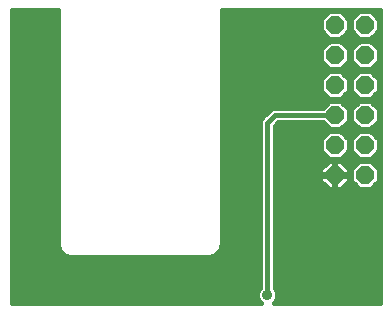
<source format=gbl>
G75*
%MOIN*%
%OFA0B0*%
%FSLAX24Y24*%
%IPPOS*%
%LPD*%
%AMOC8*
5,1,8,0,0,1.08239X$1,22.5*
%
%ADD10OC8,0.0600*%
%ADD11C,0.0357*%
%ADD12C,0.0160*%
%ADD13R,0.0396X0.0396*%
D10*
X014510Y007643D03*
X015510Y007643D03*
X015510Y008643D03*
X014510Y008643D03*
X014510Y009643D03*
X015510Y009643D03*
X015510Y010643D03*
X014510Y010643D03*
X014510Y011643D03*
X015510Y011643D03*
X015510Y012643D03*
X014510Y012643D03*
D11*
X012260Y003643D03*
D12*
X003740Y003373D02*
X003740Y013159D01*
X005280Y013159D01*
X005280Y005298D01*
X005353Y005121D01*
X005488Y004986D01*
X005664Y004913D01*
X010355Y004913D01*
X010531Y004986D01*
X010666Y005121D01*
X010740Y005298D01*
X010740Y013159D01*
X016022Y013159D01*
X016022Y003373D01*
X012468Y003373D01*
X012546Y003452D01*
X012598Y003576D01*
X012598Y003711D01*
X012546Y003835D01*
X012500Y003882D01*
X012500Y009294D01*
X012609Y009403D01*
X014099Y009403D01*
X014319Y009183D01*
X014700Y009183D01*
X014970Y009453D01*
X014970Y009834D01*
X014700Y010103D01*
X014319Y010103D01*
X014099Y009883D01*
X012462Y009883D01*
X012374Y009847D01*
X012306Y009779D01*
X012056Y009529D01*
X012020Y009441D01*
X012020Y003882D01*
X011973Y003835D01*
X011921Y003711D01*
X011921Y003576D01*
X011973Y003452D01*
X012051Y003373D01*
X003740Y003373D01*
X003740Y003527D02*
X011941Y003527D01*
X011921Y003686D02*
X003740Y003686D01*
X003740Y003844D02*
X011982Y003844D01*
X012020Y004003D02*
X003740Y004003D01*
X003740Y004161D02*
X012020Y004161D01*
X012020Y004320D02*
X003740Y004320D01*
X003740Y004478D02*
X012020Y004478D01*
X012020Y004637D02*
X003740Y004637D01*
X003740Y004795D02*
X012020Y004795D01*
X012020Y004954D02*
X010453Y004954D01*
X010657Y005112D02*
X012020Y005112D01*
X012020Y005271D02*
X010728Y005271D01*
X010740Y005429D02*
X012020Y005429D01*
X012020Y005588D02*
X010740Y005588D01*
X010740Y005746D02*
X012020Y005746D01*
X012020Y005905D02*
X010740Y005905D01*
X010740Y006063D02*
X012020Y006063D01*
X012020Y006222D02*
X010740Y006222D01*
X010740Y006380D02*
X012020Y006380D01*
X012020Y006539D02*
X010740Y006539D01*
X010740Y006697D02*
X012020Y006697D01*
X012020Y006856D02*
X010740Y006856D01*
X010740Y007014D02*
X012020Y007014D01*
X012020Y007173D02*
X010740Y007173D01*
X010740Y007331D02*
X012020Y007331D01*
X012020Y007490D02*
X010740Y007490D01*
X010740Y007648D02*
X012020Y007648D01*
X012020Y007807D02*
X010740Y007807D01*
X010740Y007965D02*
X012020Y007965D01*
X012020Y008124D02*
X010740Y008124D01*
X010740Y008282D02*
X012020Y008282D01*
X012020Y008441D02*
X010740Y008441D01*
X010740Y008599D02*
X012020Y008599D01*
X012020Y008758D02*
X010740Y008758D01*
X010740Y008916D02*
X012020Y008916D01*
X012020Y009075D02*
X010740Y009075D01*
X010740Y009233D02*
X012020Y009233D01*
X012020Y009392D02*
X010740Y009392D01*
X010740Y009550D02*
X012077Y009550D01*
X012236Y009709D02*
X010740Y009709D01*
X010740Y009867D02*
X012423Y009867D01*
X012510Y009643D02*
X014510Y009643D01*
X014909Y009392D02*
X015110Y009392D01*
X015050Y009453D02*
X015319Y009183D01*
X015700Y009183D01*
X015970Y009453D01*
X015970Y009834D01*
X015700Y010103D01*
X015319Y010103D01*
X015050Y009834D01*
X015050Y009453D01*
X015050Y009550D02*
X014970Y009550D01*
X014970Y009709D02*
X015050Y009709D01*
X015083Y009867D02*
X014936Y009867D01*
X014778Y010026D02*
X015241Y010026D01*
X015319Y010183D02*
X015700Y010183D01*
X015970Y010453D01*
X015970Y010834D01*
X015700Y011103D01*
X015319Y011103D01*
X015050Y010834D01*
X015050Y010453D01*
X015319Y010183D01*
X015318Y010184D02*
X014701Y010184D01*
X014700Y010183D02*
X014970Y010453D01*
X014970Y010834D01*
X014700Y011103D01*
X014319Y011103D01*
X014050Y010834D01*
X014050Y010453D01*
X014319Y010183D01*
X014700Y010183D01*
X014860Y010343D02*
X015159Y010343D01*
X015050Y010501D02*
X014970Y010501D01*
X014970Y010660D02*
X015050Y010660D01*
X015050Y010818D02*
X014970Y010818D01*
X014827Y010977D02*
X015192Y010977D01*
X015319Y011183D02*
X015700Y011183D01*
X015970Y011453D01*
X015970Y011834D01*
X015700Y012103D01*
X015319Y012103D01*
X015050Y011834D01*
X015050Y011453D01*
X015319Y011183D01*
X015208Y011294D02*
X014811Y011294D01*
X014700Y011183D02*
X014970Y011453D01*
X014970Y011834D01*
X014700Y012103D01*
X014319Y012103D01*
X014050Y011834D01*
X014050Y011453D01*
X014319Y011183D01*
X014700Y011183D01*
X014969Y011452D02*
X015050Y011452D01*
X015050Y011611D02*
X014970Y011611D01*
X014970Y011769D02*
X015050Y011769D01*
X015143Y011928D02*
X014876Y011928D01*
X014717Y012086D02*
X015302Y012086D01*
X015319Y012183D02*
X015700Y012183D01*
X015970Y012453D01*
X015970Y012834D01*
X015700Y013103D01*
X015319Y013103D01*
X015050Y012834D01*
X015050Y012453D01*
X015319Y012183D01*
X015257Y012245D02*
X014762Y012245D01*
X014700Y012183D02*
X014970Y012453D01*
X014970Y012834D01*
X014700Y013103D01*
X014319Y013103D01*
X014050Y012834D01*
X014050Y012453D01*
X014319Y012183D01*
X014700Y012183D01*
X014920Y012403D02*
X015099Y012403D01*
X015050Y012562D02*
X014970Y012562D01*
X014970Y012720D02*
X015050Y012720D01*
X015094Y012879D02*
X014925Y012879D01*
X014766Y013037D02*
X015253Y013037D01*
X015766Y013037D02*
X016022Y013037D01*
X016022Y012879D02*
X015925Y012879D01*
X015970Y012720D02*
X016022Y012720D01*
X016022Y012562D02*
X015970Y012562D01*
X015920Y012403D02*
X016022Y012403D01*
X016022Y012245D02*
X015762Y012245D01*
X015717Y012086D02*
X016022Y012086D01*
X016022Y011928D02*
X015876Y011928D01*
X015970Y011769D02*
X016022Y011769D01*
X016022Y011611D02*
X015970Y011611D01*
X015969Y011452D02*
X016022Y011452D01*
X016022Y011294D02*
X015811Y011294D01*
X016022Y011135D02*
X010740Y011135D01*
X010740Y010977D02*
X014192Y010977D01*
X014050Y010818D02*
X010740Y010818D01*
X010740Y010660D02*
X014050Y010660D01*
X014050Y010501D02*
X010740Y010501D01*
X010740Y010343D02*
X014159Y010343D01*
X014318Y010184D02*
X010740Y010184D01*
X010740Y010026D02*
X014241Y010026D01*
X014110Y009392D02*
X012597Y009392D01*
X012500Y009233D02*
X014269Y009233D01*
X014319Y009103D02*
X014050Y008834D01*
X014050Y008453D01*
X014319Y008183D01*
X014700Y008183D01*
X014970Y008453D01*
X014970Y008834D01*
X014700Y009103D01*
X014319Y009103D01*
X014290Y009075D02*
X012500Y009075D01*
X012500Y008916D02*
X014132Y008916D01*
X014050Y008758D02*
X012500Y008758D01*
X012500Y008599D02*
X014050Y008599D01*
X014061Y008441D02*
X012500Y008441D01*
X012500Y008282D02*
X014220Y008282D01*
X014311Y008123D02*
X014030Y007842D01*
X014030Y007663D01*
X014490Y007663D01*
X014490Y008123D01*
X014311Y008123D01*
X014530Y008123D02*
X014530Y007663D01*
X014990Y007663D01*
X014990Y007842D01*
X014708Y008123D01*
X014530Y008123D01*
X014530Y007965D02*
X014490Y007965D01*
X014490Y007807D02*
X014530Y007807D01*
X014530Y007663D02*
X014490Y007663D01*
X014490Y007623D01*
X014530Y007623D01*
X014530Y007663D01*
X014530Y007648D02*
X015050Y007648D01*
X014990Y007623D02*
X014530Y007623D01*
X014530Y007163D01*
X014708Y007163D01*
X014990Y007444D01*
X014990Y007623D01*
X014990Y007490D02*
X015050Y007490D01*
X015050Y007453D02*
X015319Y007183D01*
X015700Y007183D01*
X015970Y007453D01*
X015970Y007834D01*
X015700Y008103D01*
X015319Y008103D01*
X015050Y007834D01*
X015050Y007453D01*
X015171Y007331D02*
X014876Y007331D01*
X014718Y007173D02*
X016022Y007173D01*
X016022Y007331D02*
X015848Y007331D01*
X015970Y007490D02*
X016022Y007490D01*
X016022Y007648D02*
X015970Y007648D01*
X015970Y007807D02*
X016022Y007807D01*
X016022Y007965D02*
X015838Y007965D01*
X016022Y008124D02*
X012500Y008124D01*
X012500Y007965D02*
X014153Y007965D01*
X014030Y007807D02*
X012500Y007807D01*
X012500Y007648D02*
X014490Y007648D01*
X014490Y007623D02*
X014030Y007623D01*
X014030Y007444D01*
X014311Y007163D01*
X014490Y007163D01*
X014490Y007623D01*
X014490Y007490D02*
X014530Y007490D01*
X014530Y007331D02*
X014490Y007331D01*
X014490Y007173D02*
X014530Y007173D01*
X014301Y007173D02*
X012500Y007173D01*
X012500Y007331D02*
X014143Y007331D01*
X014030Y007490D02*
X012500Y007490D01*
X012500Y007014D02*
X016022Y007014D01*
X016022Y006856D02*
X012500Y006856D01*
X012500Y006697D02*
X016022Y006697D01*
X016022Y006539D02*
X012500Y006539D01*
X012500Y006380D02*
X016022Y006380D01*
X016022Y006222D02*
X012500Y006222D01*
X012500Y006063D02*
X016022Y006063D01*
X016022Y005905D02*
X012500Y005905D01*
X012500Y005746D02*
X016022Y005746D01*
X016022Y005588D02*
X012500Y005588D01*
X012500Y005429D02*
X016022Y005429D01*
X016022Y005271D02*
X012500Y005271D01*
X012500Y005112D02*
X016022Y005112D01*
X016022Y004954D02*
X012500Y004954D01*
X012500Y004795D02*
X016022Y004795D01*
X016022Y004637D02*
X012500Y004637D01*
X012500Y004478D02*
X016022Y004478D01*
X016022Y004320D02*
X012500Y004320D01*
X012500Y004161D02*
X016022Y004161D01*
X016022Y004003D02*
X012500Y004003D01*
X012537Y003844D02*
X016022Y003844D01*
X016022Y003686D02*
X012598Y003686D01*
X012578Y003527D02*
X016022Y003527D01*
X012260Y003643D02*
X012260Y009393D01*
X012510Y009643D01*
X014208Y011294D02*
X010740Y011294D01*
X010740Y011452D02*
X014050Y011452D01*
X014050Y011611D02*
X010740Y011611D01*
X010740Y011769D02*
X014050Y011769D01*
X014143Y011928D02*
X010740Y011928D01*
X010740Y012086D02*
X014302Y012086D01*
X014257Y012245D02*
X010740Y012245D01*
X010740Y012403D02*
X014099Y012403D01*
X014050Y012562D02*
X010740Y012562D01*
X010740Y012720D02*
X014050Y012720D01*
X014094Y012879D02*
X010740Y012879D01*
X010740Y013037D02*
X014253Y013037D01*
X015827Y010977D02*
X016022Y010977D01*
X016022Y010818D02*
X015970Y010818D01*
X015970Y010660D02*
X016022Y010660D01*
X016022Y010501D02*
X015970Y010501D01*
X016022Y010343D02*
X015860Y010343D01*
X015701Y010184D02*
X016022Y010184D01*
X016022Y010026D02*
X015778Y010026D01*
X015936Y009867D02*
X016022Y009867D01*
X016022Y009709D02*
X015970Y009709D01*
X015970Y009550D02*
X016022Y009550D01*
X016022Y009392D02*
X015909Y009392D01*
X016022Y009233D02*
X015750Y009233D01*
X015700Y009103D02*
X015319Y009103D01*
X015050Y008834D01*
X015050Y008453D01*
X015319Y008183D01*
X015700Y008183D01*
X015970Y008453D01*
X015970Y008834D01*
X015700Y009103D01*
X015729Y009075D02*
X016022Y009075D01*
X016022Y008916D02*
X015887Y008916D01*
X015970Y008758D02*
X016022Y008758D01*
X016022Y008599D02*
X015970Y008599D01*
X015958Y008441D02*
X016022Y008441D01*
X016022Y008282D02*
X015799Y008282D01*
X015220Y008282D02*
X014799Y008282D01*
X014958Y008441D02*
X015061Y008441D01*
X015050Y008599D02*
X014970Y008599D01*
X014970Y008758D02*
X015050Y008758D01*
X015132Y008916D02*
X014887Y008916D01*
X014729Y009075D02*
X015290Y009075D01*
X015269Y009233D02*
X014750Y009233D01*
X014866Y007965D02*
X015181Y007965D01*
X015050Y007807D02*
X014990Y007807D01*
X005566Y004954D02*
X003740Y004954D01*
X003740Y005112D02*
X005362Y005112D01*
X005291Y005271D02*
X003740Y005271D01*
X003740Y005429D02*
X005280Y005429D01*
X005280Y005588D02*
X003740Y005588D01*
X003740Y005746D02*
X005280Y005746D01*
X005280Y005905D02*
X003740Y005905D01*
X003740Y006063D02*
X005280Y006063D01*
X005280Y006222D02*
X003740Y006222D01*
X003740Y006380D02*
X005280Y006380D01*
X005280Y006539D02*
X003740Y006539D01*
X003740Y006697D02*
X005280Y006697D01*
X005280Y006856D02*
X003740Y006856D01*
X003740Y007014D02*
X005280Y007014D01*
X005280Y007173D02*
X003740Y007173D01*
X003740Y007331D02*
X005280Y007331D01*
X005280Y007490D02*
X003740Y007490D01*
X003740Y007648D02*
X005280Y007648D01*
X005280Y007807D02*
X003740Y007807D01*
X003740Y007965D02*
X005280Y007965D01*
X005280Y008124D02*
X003740Y008124D01*
X003740Y008282D02*
X005280Y008282D01*
X005280Y008441D02*
X003740Y008441D01*
X003740Y008599D02*
X005280Y008599D01*
X005280Y008758D02*
X003740Y008758D01*
X003740Y008916D02*
X005280Y008916D01*
X005280Y009075D02*
X003740Y009075D01*
X003740Y009233D02*
X005280Y009233D01*
X005280Y009392D02*
X003740Y009392D01*
X003740Y009550D02*
X005280Y009550D01*
X005280Y009709D02*
X003740Y009709D01*
X003740Y009867D02*
X005280Y009867D01*
X005280Y010026D02*
X003740Y010026D01*
X003740Y010184D02*
X005280Y010184D01*
X005280Y010343D02*
X003740Y010343D01*
X003740Y010501D02*
X005280Y010501D01*
X005280Y010660D02*
X003740Y010660D01*
X003740Y010818D02*
X005280Y010818D01*
X005280Y010977D02*
X003740Y010977D01*
X003740Y011135D02*
X005280Y011135D01*
X005280Y011294D02*
X003740Y011294D01*
X003740Y011452D02*
X005280Y011452D01*
X005280Y011611D02*
X003740Y011611D01*
X003740Y011769D02*
X005280Y011769D01*
X005280Y011928D02*
X003740Y011928D01*
X003740Y012086D02*
X005280Y012086D01*
X005280Y012245D02*
X003740Y012245D01*
X003740Y012403D02*
X005280Y012403D01*
X005280Y012562D02*
X003740Y012562D01*
X003740Y012720D02*
X005280Y012720D01*
X005280Y012879D02*
X003740Y012879D01*
X003740Y013037D02*
X005280Y013037D01*
D13*
X015760Y003643D03*
M02*

</source>
